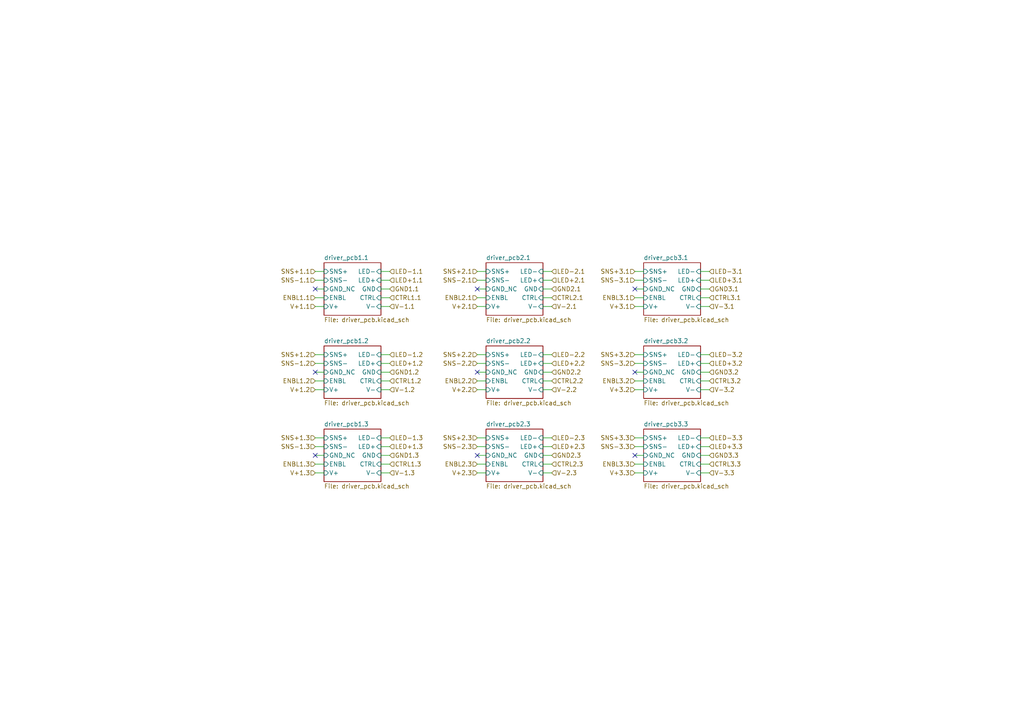
<source format=kicad_sch>
(kicad_sch
	(version 20231120)
	(generator "eeschema")
	(generator_version "8.0")
	(uuid "9f679ff0-7d06-4cfe-b497-b78223520cb5")
	(paper "A4")
	(title_block
		(title "LED Driver Box")
		(date "2023-07-19")
		(company "SBC")
		(comment 1 "Zhiheng Sheng")
	)
	(lib_symbols)
	(no_connect
		(at 138.43 132.08)
		(uuid "055c2bc8-f638-41a1-86ef-f7993f55eb36")
	)
	(no_connect
		(at 184.15 132.08)
		(uuid "3a39a5ba-ae0d-44e0-aca4-ee7fbd513666")
	)
	(no_connect
		(at 138.43 107.95)
		(uuid "5404e5f0-2e03-4ef8-9a1a-cd3407ed146e")
	)
	(no_connect
		(at 91.44 107.95)
		(uuid "5de361c3-a9dd-43fb-99aa-d962b3ab623f")
	)
	(no_connect
		(at 91.44 83.82)
		(uuid "67d69a74-5a9f-42ac-a414-ae3f70a6335b")
	)
	(no_connect
		(at 184.15 107.95)
		(uuid "7a67d33c-217d-496f-a769-74edb4f734d6")
	)
	(no_connect
		(at 184.15 83.82)
		(uuid "b4ad10e4-8a2d-4f83-b08e-b1c844fa944f")
	)
	(no_connect
		(at 91.44 132.08)
		(uuid "ce327c6e-86b2-4ebd-a71c-03af4dd54525")
	)
	(no_connect
		(at 138.43 83.82)
		(uuid "d1a59eda-5666-4733-88d6-091251719675")
	)
	(wire
		(pts
			(xy 138.43 129.54) (xy 140.97 129.54)
		)
		(stroke
			(width 0)
			(type default)
		)
		(uuid "015281fc-6ff7-47c3-a8c8-62860c5b1513")
	)
	(wire
		(pts
			(xy 157.48 83.82) (xy 160.02 83.82)
		)
		(stroke
			(width 0)
			(type default)
		)
		(uuid "016c5b71-5db7-49b2-adbd-8d7a6731393e")
	)
	(wire
		(pts
			(xy 203.2 88.9) (xy 205.74 88.9)
		)
		(stroke
			(width 0)
			(type default)
		)
		(uuid "0c89df26-7b78-452c-82ec-d88aa883846e")
	)
	(wire
		(pts
			(xy 203.2 78.74) (xy 205.74 78.74)
		)
		(stroke
			(width 0)
			(type default)
		)
		(uuid "0e1af073-b708-41e1-ba53-74660579b21d")
	)
	(wire
		(pts
			(xy 184.15 110.49) (xy 186.69 110.49)
		)
		(stroke
			(width 0)
			(type default)
		)
		(uuid "0f0b73a8-7f13-40a8-963b-52c4a7c1c8ac")
	)
	(wire
		(pts
			(xy 157.48 86.36) (xy 160.02 86.36)
		)
		(stroke
			(width 0)
			(type default)
		)
		(uuid "10871bb9-8607-4b90-96c3-7ec982e1fea2")
	)
	(wire
		(pts
			(xy 203.2 105.41) (xy 205.74 105.41)
		)
		(stroke
			(width 0)
			(type default)
		)
		(uuid "12600882-38f6-4a1e-ba34-23c998df551b")
	)
	(wire
		(pts
			(xy 91.44 137.16) (xy 93.98 137.16)
		)
		(stroke
			(width 0)
			(type default)
		)
		(uuid "13810633-c8bc-4ca1-a9cc-5d7bed9754e5")
	)
	(wire
		(pts
			(xy 110.49 132.08) (xy 113.03 132.08)
		)
		(stroke
			(width 0)
			(type default)
		)
		(uuid "149850dd-e861-4b5e-af6e-364e4a5d2559")
	)
	(wire
		(pts
			(xy 184.15 127) (xy 186.69 127)
		)
		(stroke
			(width 0)
			(type default)
		)
		(uuid "192e2cf2-b7ae-42fe-810d-0d041e1d7680")
	)
	(wire
		(pts
			(xy 110.49 102.87) (xy 113.03 102.87)
		)
		(stroke
			(width 0)
			(type default)
		)
		(uuid "1ab65d90-fa41-495c-a2a0-fe773ded768a")
	)
	(wire
		(pts
			(xy 184.15 132.08) (xy 186.69 132.08)
		)
		(stroke
			(width 0)
			(type default)
		)
		(uuid "1ace1fe8-7ea3-4359-8361-0b8b94d14271")
	)
	(wire
		(pts
			(xy 138.43 134.62) (xy 140.97 134.62)
		)
		(stroke
			(width 0)
			(type default)
		)
		(uuid "1afdfecd-3ead-4711-b021-9e1dc5188e91")
	)
	(wire
		(pts
			(xy 203.2 132.08) (xy 205.74 132.08)
		)
		(stroke
			(width 0)
			(type default)
		)
		(uuid "1d24fe78-c673-46a4-989e-783fca6cb687")
	)
	(wire
		(pts
			(xy 91.44 129.54) (xy 93.98 129.54)
		)
		(stroke
			(width 0)
			(type default)
		)
		(uuid "21767fa8-b7ca-4b3a-8f18-09c92627461a")
	)
	(wire
		(pts
			(xy 110.49 86.36) (xy 113.03 86.36)
		)
		(stroke
			(width 0)
			(type default)
		)
		(uuid "21e44e5d-d33d-405d-8ecc-b4c168ff7f72")
	)
	(wire
		(pts
			(xy 138.43 137.16) (xy 140.97 137.16)
		)
		(stroke
			(width 0)
			(type default)
		)
		(uuid "24b93e2d-3e78-46e0-beb6-b5faea7d8672")
	)
	(wire
		(pts
			(xy 110.49 105.41) (xy 113.03 105.41)
		)
		(stroke
			(width 0)
			(type default)
		)
		(uuid "2a6e3fe5-393a-4ec9-8269-4dd21cb2e76f")
	)
	(wire
		(pts
			(xy 184.15 81.28) (xy 186.69 81.28)
		)
		(stroke
			(width 0)
			(type default)
		)
		(uuid "2cdf9c06-d8ca-4937-aec2-d7ee4b500a1e")
	)
	(wire
		(pts
			(xy 110.49 127) (xy 113.03 127)
		)
		(stroke
			(width 0)
			(type default)
		)
		(uuid "315d5ec2-df38-4e79-8c4d-4a1011b0e04b")
	)
	(wire
		(pts
			(xy 138.43 110.49) (xy 140.97 110.49)
		)
		(stroke
			(width 0)
			(type default)
		)
		(uuid "3a18c115-4263-4bbf-9b79-3234c0a4db28")
	)
	(wire
		(pts
			(xy 157.48 105.41) (xy 160.02 105.41)
		)
		(stroke
			(width 0)
			(type default)
		)
		(uuid "3b57cc89-5186-4710-b19a-4bbc552c143e")
	)
	(wire
		(pts
			(xy 138.43 86.36) (xy 140.97 86.36)
		)
		(stroke
			(width 0)
			(type default)
		)
		(uuid "3d1af010-ee0a-4a32-941e-104091660de3")
	)
	(wire
		(pts
			(xy 157.48 137.16) (xy 160.02 137.16)
		)
		(stroke
			(width 0)
			(type default)
		)
		(uuid "40c103a7-c2d8-4fa0-afd0-c6af4bf6b9bd")
	)
	(wire
		(pts
			(xy 91.44 78.74) (xy 93.98 78.74)
		)
		(stroke
			(width 0)
			(type default)
		)
		(uuid "445054f6-6c9b-42cc-8e43-0720e4f6c586")
	)
	(wire
		(pts
			(xy 110.49 81.28) (xy 113.03 81.28)
		)
		(stroke
			(width 0)
			(type default)
		)
		(uuid "46be5f64-b267-4fb9-afc6-f6a8979e8e87")
	)
	(wire
		(pts
			(xy 91.44 110.49) (xy 93.98 110.49)
		)
		(stroke
			(width 0)
			(type default)
		)
		(uuid "4e3c3d10-2206-4c19-877c-0fc79cf72ced")
	)
	(wire
		(pts
			(xy 91.44 127) (xy 93.98 127)
		)
		(stroke
			(width 0)
			(type default)
		)
		(uuid "5dfc3f52-b919-4ffb-bb5b-3a896bebbdfe")
	)
	(wire
		(pts
			(xy 138.43 113.03) (xy 140.97 113.03)
		)
		(stroke
			(width 0)
			(type default)
		)
		(uuid "5f33fe4e-2c4b-4a49-95c4-baddf87a2f27")
	)
	(wire
		(pts
			(xy 203.2 127) (xy 205.74 127)
		)
		(stroke
			(width 0)
			(type default)
		)
		(uuid "61a3ed11-db2c-435b-a3a6-c8ce52535415")
	)
	(wire
		(pts
			(xy 91.44 105.41) (xy 93.98 105.41)
		)
		(stroke
			(width 0)
			(type default)
		)
		(uuid "64d5f4d5-0bd3-4fbc-8492-abc12ead5633")
	)
	(wire
		(pts
			(xy 91.44 107.95) (xy 93.98 107.95)
		)
		(stroke
			(width 0)
			(type default)
		)
		(uuid "668c21f4-eea1-4e5a-81ae-3cc15600d74a")
	)
	(wire
		(pts
			(xy 138.43 81.28) (xy 140.97 81.28)
		)
		(stroke
			(width 0)
			(type default)
		)
		(uuid "688ec593-a78b-4721-aaaf-4d59b64f6bde")
	)
	(wire
		(pts
			(xy 157.48 88.9) (xy 160.02 88.9)
		)
		(stroke
			(width 0)
			(type default)
		)
		(uuid "73256858-a3eb-46a8-b5a0-708899c231d3")
	)
	(wire
		(pts
			(xy 184.15 113.03) (xy 186.69 113.03)
		)
		(stroke
			(width 0)
			(type default)
		)
		(uuid "7362b940-bf62-453e-b6f7-8ccd91e60be9")
	)
	(wire
		(pts
			(xy 157.48 78.74) (xy 160.02 78.74)
		)
		(stroke
			(width 0)
			(type default)
		)
		(uuid "76c5f559-2e92-4dbb-bea2-8a586cddf158")
	)
	(wire
		(pts
			(xy 203.2 110.49) (xy 205.74 110.49)
		)
		(stroke
			(width 0)
			(type default)
		)
		(uuid "7a1ac1a0-849c-460f-9cbe-1ad090002e37")
	)
	(wire
		(pts
			(xy 157.48 129.54) (xy 160.02 129.54)
		)
		(stroke
			(width 0)
			(type default)
		)
		(uuid "7ae43b19-e71b-405a-8549-947b2f35e030")
	)
	(wire
		(pts
			(xy 138.43 127) (xy 140.97 127)
		)
		(stroke
			(width 0)
			(type default)
		)
		(uuid "7c34673e-c821-4b09-8aa6-b02a26e80318")
	)
	(wire
		(pts
			(xy 184.15 78.74) (xy 186.69 78.74)
		)
		(stroke
			(width 0)
			(type default)
		)
		(uuid "830e0808-e21a-484e-b002-3a567ff0d783")
	)
	(wire
		(pts
			(xy 203.2 107.95) (xy 205.74 107.95)
		)
		(stroke
			(width 0)
			(type default)
		)
		(uuid "834ffe1c-2b3f-4d8e-9178-05adb128e57a")
	)
	(wire
		(pts
			(xy 184.15 134.62) (xy 186.69 134.62)
		)
		(stroke
			(width 0)
			(type default)
		)
		(uuid "85e4a982-fbaf-41dd-aec4-11c3b5ad899e")
	)
	(wire
		(pts
			(xy 203.2 129.54) (xy 205.74 129.54)
		)
		(stroke
			(width 0)
			(type default)
		)
		(uuid "8cbdf8fe-d1d1-4636-b182-043331f2c122")
	)
	(wire
		(pts
			(xy 184.15 88.9) (xy 186.69 88.9)
		)
		(stroke
			(width 0)
			(type default)
		)
		(uuid "8f289546-429b-4b82-bb30-8127dc0a24e9")
	)
	(wire
		(pts
			(xy 203.2 83.82) (xy 205.74 83.82)
		)
		(stroke
			(width 0)
			(type default)
		)
		(uuid "8fb3e238-078a-45d6-b00c-304a9c537b8a")
	)
	(wire
		(pts
			(xy 184.15 137.16) (xy 186.69 137.16)
		)
		(stroke
			(width 0)
			(type default)
		)
		(uuid "8ff3cdfc-9de4-4692-bea3-e96070857e52")
	)
	(wire
		(pts
			(xy 184.15 105.41) (xy 186.69 105.41)
		)
		(stroke
			(width 0)
			(type default)
		)
		(uuid "90a5b3d7-c67a-4d1f-9b24-9f982b917d03")
	)
	(wire
		(pts
			(xy 110.49 83.82) (xy 113.03 83.82)
		)
		(stroke
			(width 0)
			(type default)
		)
		(uuid "90af9724-d9cd-4815-974f-66935a7459ea")
	)
	(wire
		(pts
			(xy 110.49 78.74) (xy 113.03 78.74)
		)
		(stroke
			(width 0)
			(type default)
		)
		(uuid "91e9ce67-ffd6-413b-8747-bba39d2413be")
	)
	(wire
		(pts
			(xy 203.2 113.03) (xy 205.74 113.03)
		)
		(stroke
			(width 0)
			(type default)
		)
		(uuid "91f33766-f530-4097-bc66-627f83cab16e")
	)
	(wire
		(pts
			(xy 157.48 127) (xy 160.02 127)
		)
		(stroke
			(width 0)
			(type default)
		)
		(uuid "94d38c72-ec97-4be2-bd01-90b764b90a26")
	)
	(wire
		(pts
			(xy 91.44 132.08) (xy 93.98 132.08)
		)
		(stroke
			(width 0)
			(type default)
		)
		(uuid "9a21f3f5-7735-4e5b-8fc9-7f67863c7952")
	)
	(wire
		(pts
			(xy 138.43 78.74) (xy 140.97 78.74)
		)
		(stroke
			(width 0)
			(type default)
		)
		(uuid "9b67704f-e478-4b44-98c7-f4a1ceafd2a9")
	)
	(wire
		(pts
			(xy 110.49 110.49) (xy 113.03 110.49)
		)
		(stroke
			(width 0)
			(type default)
		)
		(uuid "9f7de81c-f69e-408d-aa6f-2e28754756c0")
	)
	(wire
		(pts
			(xy 110.49 88.9) (xy 113.03 88.9)
		)
		(stroke
			(width 0)
			(type default)
		)
		(uuid "a5121dae-0974-4b4b-9170-e0eda30da487")
	)
	(wire
		(pts
			(xy 91.44 134.62) (xy 93.98 134.62)
		)
		(stroke
			(width 0)
			(type default)
		)
		(uuid "a5c0d74f-e687-4cdd-aed6-7b2e9cd21643")
	)
	(wire
		(pts
			(xy 138.43 83.82) (xy 140.97 83.82)
		)
		(stroke
			(width 0)
			(type default)
		)
		(uuid "a68559a0-fe8f-4de0-8aba-a6889586c818")
	)
	(wire
		(pts
			(xy 110.49 137.16) (xy 113.03 137.16)
		)
		(stroke
			(width 0)
			(type default)
		)
		(uuid "a9010d1d-aea1-4132-98b1-acccff4ebab1")
	)
	(wire
		(pts
			(xy 184.15 129.54) (xy 186.69 129.54)
		)
		(stroke
			(width 0)
			(type default)
		)
		(uuid "b2059392-3391-4770-858b-0395cb71324d")
	)
	(wire
		(pts
			(xy 157.48 134.62) (xy 160.02 134.62)
		)
		(stroke
			(width 0)
			(type default)
		)
		(uuid "b2790519-e54e-481e-95ea-0305cb0aff67")
	)
	(wire
		(pts
			(xy 157.48 81.28) (xy 160.02 81.28)
		)
		(stroke
			(width 0)
			(type default)
		)
		(uuid "b3394687-8756-4861-9b05-545477ddf85d")
	)
	(wire
		(pts
			(xy 91.44 113.03) (xy 93.98 113.03)
		)
		(stroke
			(width 0)
			(type default)
		)
		(uuid "b38ccab7-423b-4130-80dd-66edf12a9ac4")
	)
	(wire
		(pts
			(xy 138.43 88.9) (xy 140.97 88.9)
		)
		(stroke
			(width 0)
			(type default)
		)
		(uuid "b5c4b319-8e4b-4f2e-9f02-63fb40f34bb6")
	)
	(wire
		(pts
			(xy 184.15 107.95) (xy 186.69 107.95)
		)
		(stroke
			(width 0)
			(type default)
		)
		(uuid "b73778d2-3fdf-4e1e-9107-9ca3dfa42fed")
	)
	(wire
		(pts
			(xy 157.48 107.95) (xy 160.02 107.95)
		)
		(stroke
			(width 0)
			(type default)
		)
		(uuid "bd915594-29c2-4ab2-b415-10e163d3b6bf")
	)
	(wire
		(pts
			(xy 184.15 83.82) (xy 186.69 83.82)
		)
		(stroke
			(width 0)
			(type default)
		)
		(uuid "c364a753-d7ab-42a7-9ce3-cfd6086de040")
	)
	(wire
		(pts
			(xy 110.49 113.03) (xy 113.03 113.03)
		)
		(stroke
			(width 0)
			(type default)
		)
		(uuid "c3887d1d-ef92-444f-b4c5-35a5f4e2bfc2")
	)
	(wire
		(pts
			(xy 184.15 102.87) (xy 186.69 102.87)
		)
		(stroke
			(width 0)
			(type default)
		)
		(uuid "cca2a731-c6c8-4270-8e2e-3fbcc0f182ef")
	)
	(wire
		(pts
			(xy 91.44 81.28) (xy 93.98 81.28)
		)
		(stroke
			(width 0)
			(type default)
		)
		(uuid "d0a41d0a-af4f-4a7c-8299-8614b9ecb5f3")
	)
	(wire
		(pts
			(xy 184.15 86.36) (xy 186.69 86.36)
		)
		(stroke
			(width 0)
			(type default)
		)
		(uuid "d3833418-9212-4561-913b-bba58458ddbb")
	)
	(wire
		(pts
			(xy 138.43 107.95) (xy 140.97 107.95)
		)
		(stroke
			(width 0)
			(type default)
		)
		(uuid "d3fff05d-ea85-4805-add0-f0a0b2bfea70")
	)
	(wire
		(pts
			(xy 203.2 137.16) (xy 205.74 137.16)
		)
		(stroke
			(width 0)
			(type default)
		)
		(uuid "d7624bea-ceb9-4d82-b17c-6f4c41d77c4f")
	)
	(wire
		(pts
			(xy 157.48 110.49) (xy 160.02 110.49)
		)
		(stroke
			(width 0)
			(type default)
		)
		(uuid "d967a3ef-5fc3-4037-9d3d-effaf9ab299c")
	)
	(wire
		(pts
			(xy 110.49 134.62) (xy 113.03 134.62)
		)
		(stroke
			(width 0)
			(type default)
		)
		(uuid "dc00fb3e-7fda-46e7-a624-fdc4611f0120")
	)
	(wire
		(pts
			(xy 138.43 102.87) (xy 140.97 102.87)
		)
		(stroke
			(width 0)
			(type default)
		)
		(uuid "dcc763cc-d2cd-492e-b713-f84188e4e696")
	)
	(wire
		(pts
			(xy 157.48 102.87) (xy 160.02 102.87)
		)
		(stroke
			(width 0)
			(type default)
		)
		(uuid "dce97e04-03ac-49cb-b478-13560a0ec4df")
	)
	(wire
		(pts
			(xy 91.44 83.82) (xy 93.98 83.82)
		)
		(stroke
			(width 0)
			(type default)
		)
		(uuid "df485c0e-c81a-4f63-a23e-c18a6cab627c")
	)
	(wire
		(pts
			(xy 203.2 102.87) (xy 205.74 102.87)
		)
		(stroke
			(width 0)
			(type default)
		)
		(uuid "e06eaed3-973e-41bc-af5b-9813f9f2edf2")
	)
	(wire
		(pts
			(xy 91.44 86.36) (xy 93.98 86.36)
		)
		(stroke
			(width 0)
			(type default)
		)
		(uuid "e111d92a-a599-4dc9-9b19-9183a046311a")
	)
	(wire
		(pts
			(xy 91.44 102.87) (xy 93.98 102.87)
		)
		(stroke
			(width 0)
			(type default)
		)
		(uuid "e20e7da5-4e45-475c-9834-6dd40f1c747b")
	)
	(wire
		(pts
			(xy 157.48 132.08) (xy 160.02 132.08)
		)
		(stroke
			(width 0)
			(type default)
		)
		(uuid "e2370619-d31c-436c-8ca1-b316d09be43d")
	)
	(wire
		(pts
			(xy 110.49 129.54) (xy 113.03 129.54)
		)
		(stroke
			(width 0)
			(type default)
		)
		(uuid "e2804547-94de-4fa4-ba3d-ae6f67706f37")
	)
	(wire
		(pts
			(xy 157.48 113.03) (xy 160.02 113.03)
		)
		(stroke
			(width 0)
			(type default)
		)
		(uuid "e6745806-abdf-4d26-a511-4f5649cc64e7")
	)
	(wire
		(pts
			(xy 203.2 86.36) (xy 205.74 86.36)
		)
		(stroke
			(width 0)
			(type default)
		)
		(uuid "ec52b6d6-4ab2-4d63-8f43-790b1a525c5a")
	)
	(wire
		(pts
			(xy 203.2 134.62) (xy 205.74 134.62)
		)
		(stroke
			(width 0)
			(type default)
		)
		(uuid "f0199200-90ed-4f75-95b5-d03dab7927d5")
	)
	(wire
		(pts
			(xy 110.49 107.95) (xy 113.03 107.95)
		)
		(stroke
			(width 0)
			(type default)
		)
		(uuid "f032a1c8-191d-45e7-9481-533105c5c5dd")
	)
	(wire
		(pts
			(xy 91.44 88.9) (xy 93.98 88.9)
		)
		(stroke
			(width 0)
			(type default)
		)
		(uuid "f263c7a3-4e44-44ef-8ccc-16abcfd1ec97")
	)
	(wire
		(pts
			(xy 138.43 105.41) (xy 140.97 105.41)
		)
		(stroke
			(width 0)
			(type default)
		)
		(uuid "f5a972a1-9ab7-42c1-9e84-cea700cbc5c9")
	)
	(wire
		(pts
			(xy 203.2 81.28) (xy 205.74 81.28)
		)
		(stroke
			(width 0)
			(type default)
		)
		(uuid "faf52b04-5ce6-478a-9099-d08df8a34079")
	)
	(wire
		(pts
			(xy 138.43 132.08) (xy 140.97 132.08)
		)
		(stroke
			(width 0)
			(type default)
		)
		(uuid "fd0e8482-59b7-4b90-a0ab-6bedfcabc14c")
	)
	(hierarchical_label "SNS-1.3"
		(shape input)
		(at 91.44 129.54 180)
		(fields_autoplaced yes)
		(effects
			(font
				(size 1.27 1.27)
			)
			(justify right)
		)
		(uuid "0067f32a-4214-4d18-9954-82b4e17ba05d")
	)
	(hierarchical_label "V+1.3"
		(shape input)
		(at 91.44 137.16 180)
		(fields_autoplaced yes)
		(effects
			(font
				(size 1.27 1.27)
			)
			(justify right)
		)
		(uuid "0e42daed-749c-4afd-800a-5bf4667f9d86")
	)
	(hierarchical_label "SNS-1.2"
		(shape input)
		(at 91.44 105.41 180)
		(fields_autoplaced yes)
		(effects
			(font
				(size 1.27 1.27)
			)
			(justify right)
		)
		(uuid "108a5137-b8f0-46a3-ab5b-ad912c184c52")
	)
	(hierarchical_label "LED-2.1"
		(shape input)
		(at 160.02 78.74 0)
		(fields_autoplaced yes)
		(effects
			(font
				(size 1.27 1.27)
			)
			(justify left)
		)
		(uuid "11060881-2ce0-4aed-a4a2-d8521f565b2f")
	)
	(hierarchical_label "CTRL3.2"
		(shape input)
		(at 205.74 110.49 0)
		(fields_autoplaced yes)
		(effects
			(font
				(size 1.27 1.27)
			)
			(justify left)
		)
		(uuid "126637d0-6389-4ff4-b648-068c4e220462")
	)
	(hierarchical_label "SNS-2.2"
		(shape input)
		(at 138.43 105.41 180)
		(fields_autoplaced yes)
		(effects
			(font
				(size 1.27 1.27)
			)
			(justify right)
		)
		(uuid "13e7b748-317a-4e4f-8923-865de54e7904")
	)
	(hierarchical_label "SNS+1.1"
		(shape input)
		(at 91.44 78.74 180)
		(fields_autoplaced yes)
		(effects
			(font
				(size 1.27 1.27)
			)
			(justify right)
		)
		(uuid "14bf86cb-22da-4265-8de5-e043506dbb2f")
	)
	(hierarchical_label "SNS+3.2"
		(shape input)
		(at 184.15 102.87 180)
		(fields_autoplaced yes)
		(effects
			(font
				(size 1.27 1.27)
			)
			(justify right)
		)
		(uuid "29072236-2bb7-42c9-abf4-ba406ce23798")
	)
	(hierarchical_label "CTRL2.3"
		(shape input)
		(at 160.02 134.62 0)
		(fields_autoplaced yes)
		(effects
			(font
				(size 1.27 1.27)
			)
			(justify left)
		)
		(uuid "2a76293f-3371-47a8-99c6-d15d68e5c264")
	)
	(hierarchical_label "V-3.3"
		(shape input)
		(at 205.74 137.16 0)
		(fields_autoplaced yes)
		(effects
			(font
				(size 1.27 1.27)
			)
			(justify left)
		)
		(uuid "2ad86a60-1ee2-422d-883c-1a8151c51378")
	)
	(hierarchical_label "CTRL1.1"
		(shape input)
		(at 113.03 86.36 0)
		(fields_autoplaced yes)
		(effects
			(font
				(size 1.27 1.27)
			)
			(justify left)
		)
		(uuid "2c77ae39-988c-4204-8991-448c36919c99")
	)
	(hierarchical_label "GND3.1"
		(shape input)
		(at 205.74 83.82 0)
		(fields_autoplaced yes)
		(effects
			(font
				(size 1.27 1.27)
			)
			(justify left)
		)
		(uuid "2e923f90-257c-45a4-9777-656859e0dd34")
	)
	(hierarchical_label "V-1.1"
		(shape input)
		(at 113.03 88.9 0)
		(fields_autoplaced yes)
		(effects
			(font
				(size 1.27 1.27)
			)
			(justify left)
		)
		(uuid "30b00ef2-0f67-4b8a-a025-82914f8fb1fd")
	)
	(hierarchical_label "LED+1.3"
		(shape input)
		(at 113.03 129.54 0)
		(fields_autoplaced yes)
		(effects
			(font
				(size 1.27 1.27)
			)
			(justify left)
		)
		(uuid "31740106-a79a-40e7-856e-dd8ff119420a")
	)
	(hierarchical_label "SNS-1.1"
		(shape input)
		(at 91.44 81.28 180)
		(fields_autoplaced yes)
		(effects
			(font
				(size 1.27 1.27)
			)
			(justify right)
		)
		(uuid "324094a6-ffef-4067-ad17-9620ac59b9cb")
	)
	(hierarchical_label "V-2.3"
		(shape input)
		(at 160.02 137.16 0)
		(fields_autoplaced yes)
		(effects
			(font
				(size 1.27 1.27)
			)
			(justify left)
		)
		(uuid "33bc8ec2-36ae-4f72-9adf-73193d0f8351")
	)
	(hierarchical_label "ENBL2.1"
		(shape input)
		(at 138.43 86.36 180)
		(fields_autoplaced yes)
		(effects
			(font
				(size 1.27 1.27)
			)
			(justify right)
		)
		(uuid "348be7db-6b1a-4cb9-88b0-5699ecac2ee3")
	)
	(hierarchical_label "LED-3.2"
		(shape input)
		(at 205.74 102.87 0)
		(fields_autoplaced yes)
		(effects
			(font
				(size 1.27 1.27)
			)
			(justify left)
		)
		(uuid "3aa99a6c-caeb-47ac-b092-12762e6165db")
	)
	(hierarchical_label "SNS-3.1"
		(shape input)
		(at 184.15 81.28 180)
		(fields_autoplaced yes)
		(effects
			(font
				(size 1.27 1.27)
			)
			(justify right)
		)
		(uuid "3c4b1d87-17a2-4308-8e22-aa26a108a55e")
	)
	(hierarchical_label "CTRL1.2"
		(shape input)
		(at 113.03 110.49 0)
		(fields_autoplaced yes)
		(effects
			(font
				(size 1.27 1.27)
			)
			(justify left)
		)
		(uuid "43ab2c9f-fd62-4cde-bfd0-dc852238086e")
	)
	(hierarchical_label "LED+1.1"
		(shape input)
		(at 113.03 81.28 0)
		(fields_autoplaced yes)
		(effects
			(font
				(size 1.27 1.27)
			)
			(justify left)
		)
		(uuid "44d7e615-98ae-4aa8-bd0c-ff4b47304133")
	)
	(hierarchical_label "V+3.2"
		(shape input)
		(at 184.15 113.03 180)
		(fields_autoplaced yes)
		(effects
			(font
				(size 1.27 1.27)
			)
			(justify right)
		)
		(uuid "4bcd4886-cf4b-4ab5-94e8-5de4f558bc71")
	)
	(hierarchical_label "V+2.3"
		(shape input)
		(at 138.43 137.16 180)
		(fields_autoplaced yes)
		(effects
			(font
				(size 1.27 1.27)
			)
			(justify right)
		)
		(uuid "4fd73b71-50be-4d6a-907b-66e1490f781d")
	)
	(hierarchical_label "GND2.2"
		(shape input)
		(at 160.02 107.95 0)
		(fields_autoplaced yes)
		(effects
			(font
				(size 1.27 1.27)
			)
			(justify left)
		)
		(uuid "505f9424-8065-4d29-b748-8390103df754")
	)
	(hierarchical_label "V+2.1"
		(shape input)
		(at 138.43 88.9 180)
		(fields_autoplaced yes)
		(effects
			(font
				(size 1.27 1.27)
			)
			(justify right)
		)
		(uuid "57952090-14c4-40dd-9a78-d1644f19d86c")
	)
	(hierarchical_label "V-2.1"
		(shape input)
		(at 160.02 88.9 0)
		(fields_autoplaced yes)
		(effects
			(font
				(size 1.27 1.27)
			)
			(justify left)
		)
		(uuid "6166e095-c224-47f0-a8ee-b56e23792a48")
	)
	(hierarchical_label "SNS+2.2"
		(shape input)
		(at 138.43 102.87 180)
		(fields_autoplaced yes)
		(effects
			(font
				(size 1.27 1.27)
			)
			(justify right)
		)
		(uuid "63879bc8-3abb-4337-8bf9-4673f28685bd")
	)
	(hierarchical_label "SNS+3.3"
		(shape input)
		(at 184.15 127 180)
		(fields_autoplaced yes)
		(effects
			(font
				(size 1.27 1.27)
			)
			(justify right)
		)
		(uuid "643f1c74-1284-4e8b-93f4-c72834c0fa35")
	)
	(hierarchical_label "LED-1.2"
		(shape input)
		(at 113.03 102.87 0)
		(fields_autoplaced yes)
		(effects
			(font
				(size 1.27 1.27)
			)
			(justify left)
		)
		(uuid "67fd0f85-ec95-496f-995d-f79d90837446")
	)
	(hierarchical_label "ENBL1.1"
		(shape input)
		(at 91.44 86.36 180)
		(fields_autoplaced yes)
		(effects
			(font
				(size 1.27 1.27)
			)
			(justify right)
		)
		(uuid "693c05b2-7ff0-4bc2-8cf8-0cda1c3a0437")
	)
	(hierarchical_label "V+1.1"
		(shape input)
		(at 91.44 88.9 180)
		(fields_autoplaced yes)
		(effects
			(font
				(size 1.27 1.27)
			)
			(justify right)
		)
		(uuid "6d0afae5-312a-4d94-b7a1-ba74836a58ae")
	)
	(hierarchical_label "GND2.1"
		(shape input)
		(at 160.02 83.82 0)
		(fields_autoplaced yes)
		(effects
			(font
				(size 1.27 1.27)
			)
			(justify left)
		)
		(uuid "7727e984-2981-4fe5-8df1-a05ea9fe9cf2")
	)
	(hierarchical_label "ENBL3.3"
		(shape input)
		(at 184.15 134.62 180)
		(fields_autoplaced yes)
		(effects
			(font
				(size 1.27 1.27)
			)
			(justify right)
		)
		(uuid "7738ddda-af86-4622-9517-2b971b550ead")
	)
	(hierarchical_label "V-3.1"
		(shape input)
		(at 205.74 88.9 0)
		(fields_autoplaced yes)
		(effects
			(font
				(size 1.27 1.27)
			)
			(justify left)
		)
		(uuid "7fe0126a-5915-465e-a8bb-602806403b14")
	)
	(hierarchical_label "GND1.2"
		(shape input)
		(at 113.03 107.95 0)
		(fields_autoplaced yes)
		(effects
			(font
				(size 1.27 1.27)
			)
			(justify left)
		)
		(uuid "83bc21f2-10cd-42d2-96ad-c10de91e78e0")
	)
	(hierarchical_label "SNS-2.1"
		(shape input)
		(at 138.43 81.28 180)
		(fields_autoplaced yes)
		(effects
			(font
				(size 1.27 1.27)
			)
			(justify right)
		)
		(uuid "8ae69ec9-da6e-421d-b60a-38ad23fb9966")
	)
	(hierarchical_label "ENBL1.2"
		(shape input)
		(at 91.44 110.49 180)
		(fields_autoplaced yes)
		(effects
			(font
				(size 1.27 1.27)
			)
			(justify right)
		)
		(uuid "8f5b3f5b-b9d8-4840-b4fa-ce1c67aa1aea")
	)
	(hierarchical_label "CTRL1.3"
		(shape input)
		(at 113.03 134.62 0)
		(fields_autoplaced yes)
		(effects
			(font
				(size 1.27 1.27)
			)
			(justify left)
		)
		(uuid "93415305-07ae-4395-9f75-7b77e370c0e0")
	)
	(hierarchical_label "ENBL2.2"
		(shape input)
		(at 138.43 110.49 180)
		(fields_autoplaced yes)
		(effects
			(font
				(size 1.27 1.27)
			)
			(justify right)
		)
		(uuid "9543165d-5a87-4368-8367-f36f372b1b6c")
	)
	(hierarchical_label "V-1.2"
		(shape input)
		(at 113.03 113.03 0)
		(fields_autoplaced yes)
		(effects
			(font
				(size 1.27 1.27)
			)
			(justify left)
		)
		(uuid "965044dd-18c6-4b7d-b5a9-1267332a63c7")
	)
	(hierarchical_label "V-1.3"
		(shape input)
		(at 113.03 137.16 0)
		(fields_autoplaced yes)
		(effects
			(font
				(size 1.27 1.27)
			)
			(justify left)
		)
		(uuid "96ba9177-1813-414f-b369-19f77ed8b173")
	)
	(hierarchical_label "V+1.2"
		(shape input)
		(at 91.44 113.03 180)
		(fields_autoplaced yes)
		(effects
			(font
				(size 1.27 1.27)
			)
			(justify right)
		)
		(uuid "984bc65f-27fe-4d34-aeb6-c223046fd191")
	)
	(hierarchical_label "LED+3.1"
		(shape input)
		(at 205.74 81.28 0)
		(fields_autoplaced yes)
		(effects
			(font
				(size 1.27 1.27)
			)
			(justify left)
		)
		(uuid "9d48a36e-c3cb-4950-9fb1-d22744ef6286")
	)
	(hierarchical_label "LED-3.3"
		(shape input)
		(at 205.74 127 0)
		(fields_autoplaced yes)
		(effects
			(font
				(size 1.27 1.27)
			)
			(justify left)
		)
		(uuid "9dc2f9c0-d010-4f73-96f2-11610ca07444")
	)
	(hierarchical_label "LED-1.1"
		(shape input)
		(at 113.03 78.74 0)
		(fields_autoplaced yes)
		(effects
			(font
				(size 1.27 1.27)
			)
			(justify left)
		)
		(uuid "9f50b641-415f-494e-81eb-9d3b7140523e")
	)
	(hierarchical_label "SNS+1.2"
		(shape input)
		(at 91.44 102.87 180)
		(fields_autoplaced yes)
		(effects
			(font
				(size 1.27 1.27)
			)
			(justify right)
		)
		(uuid "9f6a9743-a7a0-42d7-ad8b-7401ef214276")
	)
	(hierarchical_label "V+3.1"
		(shape input)
		(at 184.15 88.9 180)
		(fields_autoplaced yes)
		(effects
			(font
				(size 1.27 1.27)
			)
			(justify right)
		)
		(uuid "a2d95b2c-96ad-4435-9fd1-ef894b8265aa")
	)
	(hierarchical_label "SNS-3.3"
		(shape input)
		(at 184.15 129.54 180)
		(fields_autoplaced yes)
		(effects
			(font
				(size 1.27 1.27)
			)
			(justify right)
		)
		(uuid "a3e21920-6498-49ee-890f-826f6dd7c3b6")
	)
	(hierarchical_label "CTRL2.2"
		(shape input)
		(at 160.02 110.49 0)
		(fields_autoplaced yes)
		(effects
			(font
				(size 1.27 1.27)
			)
			(justify left)
		)
		(uuid "a5225978-458e-482d-abe7-d91c91bd3bd6")
	)
	(hierarchical_label "LED+2.1"
		(shape input)
		(at 160.02 81.28 0)
		(fields_autoplaced yes)
		(effects
			(font
				(size 1.27 1.27)
			)
			(justify left)
		)
		(uuid "a6877c8f-eef0-4bc1-8b21-3dfd67ccfdf3")
	)
	(hierarchical_label "CTRL3.1"
		(shape input)
		(at 205.74 86.36 0)
		(fields_autoplaced yes)
		(effects
			(font
				(size 1.27 1.27)
			)
			(justify left)
		)
		(uuid "a8a6da69-8ffb-426b-b47e-b1417d17e022")
	)
	(hierarchical_label "ENBL3.2"
		(shape input)
		(at 184.15 110.49 180)
		(fields_autoplaced yes)
		(effects
			(font
				(size 1.27 1.27)
			)
			(justify right)
		)
		(uuid "a946bbca-ad21-43e8-a2d0-ad956e2ff091")
	)
	(hierarchical_label "SNS+3.1"
		(shape input)
		(at 184.15 78.74 180)
		(fields_autoplaced yes)
		(effects
			(font
				(size 1.27 1.27)
			)
			(justify right)
		)
		(uuid "af3f843b-171e-49f4-b13a-11e9fcb21ebb")
	)
	(hierarchical_label "LED+3.2"
		(shape input)
		(at 205.74 105.41 0)
		(fields_autoplaced yes)
		(effects
			(font
				(size 1.27 1.27)
			)
			(justify left)
		)
		(uuid "b358d41a-669c-4d93-b309-058220da4e42")
	)
	(hierarchical_label "ENBL2.3"
		(shape input)
		(at 138.43 134.62 180)
		(fields_autoplaced yes)
		(effects
			(font
				(size 1.27 1.27)
			)
			(justify right)
		)
		(uuid "b3aa742e-26a3-4472-8803-b5b044ccf63b")
	)
	(hierarchical_label "V+2.2"
		(shape input)
		(at 138.43 113.03 180)
		(fields_autoplaced yes)
		(effects
			(font
				(size 1.27 1.27)
			)
			(justify right)
		)
		(uuid "ba04a1f6-c4f8-49bf-8c59-98b32f3b5ad5")
	)
	(hierarchical_label "LED-1.3"
		(shape input)
		(at 113.03 127 0)
		(fields_autoplaced yes)
		(effects
			(font
				(size 1.27 1.27)
			)
			(justify left)
		)
		(uuid "ba44600d-d0a6-43b0-99ad-dd4bcd28ccd8")
	)
	(hierarchical_label "GND1.3"
		(shape input)
		(at 113.03 132.08 0)
		(fields_autoplaced yes)
		(effects
			(font
				(size 1.27 1.27)
			)
			(justify left)
		)
		(uuid "bfcd5d84-3893-40f3-9f2f-1aca41dbb9b0")
	)
	(hierarchical_label "GND2.3"
		(shape input)
		(at 160.02 132.08 0)
		(fields_autoplaced yes)
		(effects
			(font
				(size 1.27 1.27)
			)
			(justify left)
		)
		(uuid "c0b9eba4-76f5-4b63-8601-3360bebef340")
	)
	(hierarchical_label "ENBL3.1"
		(shape input)
		(at 184.15 86.36 180)
		(fields_autoplaced yes)
		(effects
			(font
				(size 1.27 1.27)
			)
			(justify right)
		)
		(uuid "c4ad11dc-2eb7-44ed-942b-bc6b65a47411")
	)
	(hierarchical_label "SNS+2.1"
		(shape input)
		(at 138.43 78.74 180)
		(fields_autoplaced yes)
		(effects
			(font
				(size 1.27 1.27)
			)
			(justify right)
		)
		(uuid "c6da9755-370f-477e-b1ba-4b1c36eb98d0")
	)
	(hierarchical_label "V-2.2"
		(shape input)
		(at 160.02 113.03 0)
		(fields_autoplaced yes)
		(effects
			(font
				(size 1.27 1.27)
			)
			(justify left)
		)
		(uuid "c87e3f7f-d5da-47c5-bea6-306284105047")
	)
	(hierarchical_label "SNS-2.3"
		(shape input)
		(at 138.43 129.54 180)
		(fields_autoplaced yes)
		(effects
			(font
				(size 1.27 1.27)
			)
			(justify right)
		)
		(uuid "cb3cd3cc-f89a-4f0b-973e-67e5d112e8ba")
	)
	(hierarchical_label "LED+2.3"
		(shape input)
		(at 160.02 129.54 0)
		(fields_autoplaced yes)
		(effects
			(font
				(size 1.27 1.27)
			)
			(justify left)
		)
		(uuid "cc7fb7f9-77d0-4fe4-b17e-46e30c9e1cf2")
	)
	(hierarchical_label "SNS-3.2"
		(shape input)
		(at 184.15 105.41 180)
		(fields_autoplaced yes)
		(effects
			(font
				(size 1.27 1.27)
			)
			(justify right)
		)
		(uuid "cd38f8ad-d762-4b1c-a935-32b55e41401a")
	)
	(hierarchical_label "LED-2.2"
		(shape input)
		(at 160.02 102.87 0)
		(fields_autoplaced yes)
		(effects
			(font
				(size 1.27 1.27)
			)
			(justify left)
		)
		(uuid "d772987c-1e99-40c8-bb3c-8735a234ed8a")
	)
	(hierarchical_label "CTRL2.1"
		(shape input)
		(at 160.02 86.36 0)
		(fields_autoplaced yes)
		(effects
			(font
				(size 1.27 1.27)
			)
			(justify left)
		)
		(uuid "d8356efd-33b0-4288-9b18-fdce3530e2a7")
	)
	(hierarchical_label "ENBL1.3"
		(shape input)
		(at 91.44 134.62 180)
		(fields_autoplaced yes)
		(effects
			(font
				(size 1.27 1.27)
			)
			(justify right)
		)
		(uuid "d84290c0-dd43-4644-92bd-0535519b123d")
	)
	(hierarchical_label "LED-2.3"
		(shape input)
		(at 160.02 127 0)
		(fields_autoplaced yes)
		(effects
			(font
				(size 1.27 1.27)
			)
			(justify left)
		)
		(uuid "d8cb6b22-b9c2-4552-9d38-55e61fbe5bee")
	)
	(hierarchical_label "LED+2.2"
		(shape input)
		(at 160.02 105.41 0)
		(fields_autoplaced yes)
		(effects
			(font
				(size 1.27 1.27)
			)
			(justify left)
		)
		(uuid "d8f74194-7f0c-4d60-b6bb-1ffae0270ce9")
	)
	(hierarchical_label "LED+3.3"
		(shape input)
		(at 205.74 129.54 0)
		(fields_autoplaced yes)
		(effects
			(font
				(size 1.27 1.27)
			)
			(justify left)
		)
		(uuid "dc29c6ed-012b-4e87-ab04-e64b48709d80")
	)
	(hierarchical_label "V-3.2"
		(shape input)
		(at 205.74 113.03 0)
		(fields_autoplaced yes)
		(effects
			(font
				(size 1.27 1.27)
			)
			(justify left)
		)
		(uuid "df5e908a-52d4-4a2d-9041-efed5b550bcf")
	)
	(hierarchical_label "SNS+1.3"
		(shape input)
		(at 91.44 127 180)
		(fields_autoplaced yes)
		(effects
			(font
				(size 1.27 1.27)
			)
			(justify right)
		)
		(uuid "dfc1656c-c1a6-47e6-a050-ccc64ab7dd1d")
	)
	(hierarchical_label "LED-3.1"
		(shape input)
		(at 205.74 78.74 0)
		(fields_autoplaced yes)
		(effects
			(font
				(size 1.27 1.27)
			)
			(justify left)
		)
		(uuid "e07897e4-00c8-4ea1-b453-c10f47a12ab1")
	)
	(hierarchical_label "GND3.2"
		(shape input)
		(at 205.74 107.95 0)
		(fields_autoplaced yes)
		(effects
			(font
				(size 1.27 1.27)
			)
			(justify left)
		)
		(uuid "e2b40e35-4715-48cf-bd23-5d4c13e5c0d7")
	)
	(hierarchical_label "LED+1.2"
		(shape input)
		(at 113.03 105.41 0)
		(fields_autoplaced yes)
		(effects
			(font
				(size 1.27 1.27)
			)
			(justify left)
		)
		(uuid "e6b6d34d-2c3e-44d1-b1f6-2cdbeee9d4c8")
	)
	(hierarchical_label "GND3.3"
		(shape input)
		(at 205.74 132.08 0)
		(fields_autoplaced yes)
		(effects
			(font
				(size 1.27 1.27)
			)
			(justify left)
		)
		(uuid "ecfc8e52-946c-4d03-b125-5fe5960d2ac3")
	)
	(hierarchical_label "CTRL3.3"
		(shape input)
		(at 205.74 134.62 0)
		(fields_autoplaced yes)
		(effects
			(font
				(size 1.27 1.27)
			)
			(justify left)
		)
		(uuid "efacffeb-e9c5-4985-8e37-c44cc9e3556a")
	)
	(hierarchical_label "GND1.1"
		(shape input)
		(at 113.03 83.82 0)
		(fields_autoplaced yes)
		(effects
			(font
				(size 1.27 1.27)
			)
			(justify left)
		)
		(uuid "f6aaa64d-971e-4bdf-92c1-5464cf5d62a9")
	)
	(hierarchical_label "SNS+2.3"
		(shape input)
		(at 138.43 127 180)
		(fields_autoplaced yes)
		(effects
			(font
				(size 1.27 1.27)
			)
			(justify right)
		)
		(uuid "fc070652-64a9-422c-847a-7557f266c52f")
	)
	(hierarchical_label "V+3.3"
		(shape input)
		(at 184.15 137.16 180)
		(fields_autoplaced yes)
		(effects
			(font
				(size 1.27 1.27)
			)
			(justify right)
		)
		(uuid "fd279696-6602-4fdf-8e3a-9f9fe995647b")
	)
	(sheet
		(at 140.97 76.2)
		(size 16.51 15.24)
		(fields_autoplaced yes)
		(stroke
			(width 0.1524)
			(type solid)
		)
		(fill
			(color 0 0 0 0.0000)
		)
		(uuid "0e11f77d-805c-4ff3-884d-c6460b90993a")
		(property "Sheetname" "driver_pcb2.1"
			(at 140.97 75.4884 0)
			(effects
				(font
					(size 1.27 1.27)
				)
				(justify left bottom)
			)
		)
		(property "Sheetfile" "driver_pcb.kicad_sch"
			(at 140.97 92.0246 0)
			(effects
				(font
					(size 1.27 1.27)
				)
				(justify left top)
			)
		)
		(pin "V-" input
			(at 157.48 88.9 0)
			(effects
				(font
					(size 1.27 1.27)
				)
				(justify right)
			)
			(uuid "de817ebf-5eda-4d15-8854-0cdf6fd77aaf")
		)
		(pin "CTRL" input
			(at 157.48 86.36 0)
			(effects
				(font
					(size 1.27 1.27)
				)
				(justify right)
			)
			(uuid "1195dfc7-dee3-4ea7-92c3-9f6b18111dc6")
		)
		(pin "GND" input
			(at 157.48 83.82 0)
			(effects
				(font
					(size 1.27 1.27)
				)
				(justify right)
			)
			(uuid "c1624b5f-1382-468f-9b11-2126e516b3d0")
		)
		(pin "LED+" input
			(at 157.48 81.28 0)
			(effects
				(font
					(size 1.27 1.27)
				)
				(justify right)
			)
			(uuid "27d27da3-8820-4e62-9398-bcbf1fa4271d")
		)
		(pin "SNS+" input
			(at 140.97 78.74 180)
			(effects
				(font
					(size 1.27 1.27)
				)
				(justify left)
			)
			(uuid "e3572082-1fc6-45d0-aecb-594c96acc304")
		)
		(pin "SNS-" input
			(at 140.97 81.28 180)
			(effects
				(font
					(size 1.27 1.27)
				)
				(justify left)
			)
			(uuid "e26b124e-dcbf-4c21-a82f-315fe140a501")
		)
		(pin "ENBL" input
			(at 140.97 86.36 180)
			(effects
				(font
					(size 1.27 1.27)
				)
				(justify left)
			)
			(uuid "a7ebb7a8-4d59-463c-af84-b8b1bd48989c")
		)
		(pin "V+" input
			(at 140.97 88.9 180)
			(effects
				(font
					(size 1.27 1.27)
				)
				(justify left)
			)
			(uuid "c9c8b4fb-476e-4fc7-b768-e83292d91c1e")
		)
		(pin "GND_NC" input
			(at 140.97 83.82 180)
			(effects
				(font
					(size 1.27 1.27)
				)
				(justify left)
			)
			(uuid "22ade82d-e2e2-4e7c-8a6b-bef657a2e5f0")
		)
		(pin "LED-" input
			(at 157.48 78.74 0)
			(effects
				(font
					(size 1.27 1.27)
				)
				(justify right)
			)
			(uuid "18dffb8e-7021-4526-85d2-22d793db4914")
		)
		(instances
			(project "led_driver_box"
				(path "/33b0be37-4aa5-415a-8914-5441d29c7862/a70103d4-c2c2-4f23-ab81-e269e97d3343"
					(page "14")
				)
			)
		)
	)
	(sheet
		(at 186.69 100.33)
		(size 16.51 15.24)
		(fields_autoplaced yes)
		(stroke
			(width 0.1524)
			(type solid)
		)
		(fill
			(color 0 0 0 0.0000)
		)
		(uuid "3ca9c92f-709d-4e18-b272-139616963ee2")
		(property "Sheetname" "driver_pcb3.2"
			(at 186.69 99.6184 0)
			(effects
				(font
					(size 1.27 1.27)
				)
				(justify left bottom)
			)
		)
		(property "Sheetfile" "driver_pcb.kicad_sch"
			(at 186.69 116.1546 0)
			(effects
				(font
					(size 1.27 1.27)
				)
				(justify left top)
			)
		)
		(pin "V-" input
			(at 203.2 113.03 0)
			(effects
				(font
					(size 1.27 1.27)
				)
				(justify right)
			)
			(uuid "2bd68b14-7429-4ef4-a4a0-102ad325fcc7")
		)
		(pin "CTRL" input
			(at 203.2 110.49 0)
			(effects
				(font
					(size 1.27 1.27)
				)
				(justify right)
			)
			(uuid "b23a5426-7559-4c98-bf56-8a65b064be96")
		)
		(pin "GND" input
			(at 203.2 107.95 0)
			(effects
				(font
					(size 1.27 1.27)
				)
				(justify right)
			)
			(uuid "7a977527-05cc-4bf3-861e-5fdf7c169dc9")
		)
		(pin "LED+" input
			(at 203.2 105.41 0)
			(effects
				(font
					(size 1.27 1.27)
				)
				(justify right)
			)
			(uuid "c6405308-2ace-4816-b31b-6d65224a3a7f")
		)
		(pin "SNS+" input
			(at 186.69 102.87 180)
			(effects
				(font
					(size 1.27 1.27)
				)
				(justify left)
			)
			(uuid "b9e961e9-8776-4017-9ba9-158d5d19cc1e")
		)
		(pin "SNS-" input
			(at 186.69 105.41 180)
			(effects
				(font
					(size 1.27 1.27)
				)
				(justify left)
			)
			(uuid "5de1fe84-fd7e-47e4-b76b-98a1a2720731")
		)
		(pin "ENBL" input
			(at 186.69 110.49 180)
			(effects
				(font
					(size 1.27 1.27)
				)
				(justify left)
			)
			(uuid "8ed8c258-4bb6-4ad7-80aa-38098ff02f4c")
		)
		(pin "V+" input
			(at 186.69 113.03 180)
			(effects
				(font
					(size 1.27 1.27)
				)
				(justify left)
			)
			(uuid "b66b8e22-b42c-429a-b3c3-f0becaa9bd76")
		)
		(pin "GND_NC" input
			(at 186.69 107.95 180)
			(effects
				(font
					(size 1.27 1.27)
				)
				(justify left)
			)
			(uuid "f773ff25-0bdd-4d8f-a0e9-f69d947c777b")
		)
		(pin "LED-" input
			(at 203.2 102.87 0)
			(effects
				(font
					(size 1.27 1.27)
				)
				(justify right)
			)
			(uuid "119925ff-390c-436a-b382-53b58aa0bc78")
		)
		(instances
			(project "led_driver_box"
				(path "/33b0be37-4aa5-415a-8914-5441d29c7862/a70103d4-c2c2-4f23-ab81-e269e97d3343"
					(page "18")
				)
			)
		)
	)
	(sheet
		(at 186.69 76.2)
		(size 16.51 15.24)
		(fields_autoplaced yes)
		(stroke
			(width 0.1524)
			(type solid)
		)
		(fill
			(color 0 0 0 0.0000)
		)
		(uuid "74745f5e-1252-4f3a-bc8d-68d6890d4cf7")
		(property "Sheetname" "driver_pcb3.1"
			(at 186.69 75.4884 0)
			(effects
				(font
					(size 1.27 1.27)
				)
				(justify left bottom)
			)
		)
		(property "Sheetfile" "driver_pcb.kicad_sch"
			(at 186.69 92.0246 0)
			(effects
				(font
					(size 1.27 1.27)
				)
				(justify left top)
			)
		)
		(pin "V-" input
			(at 203.2 88.9 0)
			(effects
				(font
					(size 1.27 1.27)
				)
				(justify right)
			)
			(uuid "5a8cfe6a-0cd9-49c7-b512-bebf5dba4f61")
		)
		(pin "CTRL" input
			(at 203.2 86.36 0)
			(effects
				(font
					(size 1.27 1.27)
				)
				(justify right)
			)
			(uuid "b9adc474-8ff5-4fc8-be56-838616391102")
		)
		(pin "GND" input
			(at 203.2 83.82 0)
			(effects
				(font
					(size 1.27 1.27)
				)
				(justify right)
			)
			(uuid "d959a7ac-f132-4f38-908c-c2bdb794405b")
		)
		(pin "LED+" input
			(at 203.2 81.28 0)
			(effects
				(font
					(size 1.27 1.27)
				)
				(justify right)
			)
			(uuid "52cc6149-7c54-49d3-ae77-3df9468b419a")
		)
		(pin "SNS+" input
			(at 186.69 78.74 180)
			(effects
				(font
					(size 1.27 1.27)
				)
				(justify left)
			)
			(uuid "27beb6f9-0bf0-4c67-beb3-ce985b4cea20")
		)
		(pin "SNS-" input
			(at 186.69 81.28 180)
			(effects
				(font
					(size 1.27 1.27)
				)
				(justify left)
			)
			(uuid "244156ae-11e3-4544-ab57-bfae608c8264")
		)
		(pin "ENBL" input
			(at 186.69 86.36 180)
			(effects
				(font
					(size 1.27 1.27)
				)
				(justify left)
			)
			(uuid "2feed83f-a158-4edf-a6d9-63be2d9e18a1")
		)
		(pin "V+" input
			(at 186.69 88.9 180)
			(effects
				(font
					(size 1.27 1.27)
				)
				(justify left)
			)
			(uuid "247af56e-28a0-4b45-96ec-162d36f02002")
		)
		(pin "GND_NC" input
			(at 186.69 83.82 180)
			(effects
				(font
					(size 1.27 1.27)
				)
				(justify left)
			)
			(uuid "fb7c8a58-4af1-4fad-a670-21785c380fd1")
		)
		(pin "LED-" input
			(at 203.2 78.74 0)
			(effects
				(font
					(size 1.27 1.27)
				)
				(justify right)
			)
			(uuid "9d28137c-8d63-4182-af3d-192d62ed0056")
		)
		(instances
			(project "led_driver_box"
				(path "/33b0be37-4aa5-415a-8914-5441d29c7862/a70103d4-c2c2-4f23-ab81-e269e97d3343"
					(page "17")
				)
			)
		)
	)
	(sheet
		(at 93.98 124.46)
		(size 16.51 15.24)
		(fields_autoplaced yes)
		(stroke
			(width 0.1524)
			(type solid)
		)
		(fill
			(color 0 0 0 0.0000)
		)
		(uuid "87f8951b-c5a5-46b9-8156-2a8a15ed0f9e")
		(property "Sheetname" "driver_pcb1.3"
			(at 93.98 123.7484 0)
			(effects
				(font
					(size 1.27 1.27)
				)
				(justify left bottom)
			)
		)
		(property "Sheetfile" "driver_pcb.kicad_sch"
			(at 93.98 140.2846 0)
			(effects
				(font
					(size 1.27 1.27)
				)
				(justify left top)
			)
		)
		(pin "V-" input
			(at 110.49 137.16 0)
			(effects
				(font
					(size 1.27 1.27)
				)
				(justify right)
			)
			(uuid "f0b8ebba-35b6-4a5f-89b1-edf39951013b")
		)
		(pin "CTRL" input
			(at 110.49 134.62 0)
			(effects
				(font
					(size 1.27 1.27)
				)
				(justify right)
			)
			(uuid "5c73003c-94fe-40b2-aa51-4af8be3e2cba")
		)
		(pin "GND" input
			(at 110.49 132.08 0)
			(effects
				(font
					(size 1.27 1.27)
				)
				(justify right)
			)
			(uuid "7f4da57b-4834-4140-96fe-c6abcce18899")
		)
		(pin "LED+" input
			(at 110.49 129.54 0)
			(effects
				(font
					(size 1.27 1.27)
				)
				(justify right)
			)
			(uuid "ce6c8d7e-0a61-4582-8854-f66cb3a61d69")
		)
		(pin "SNS+" input
			(at 93.98 127 180)
			(effects
				(font
					(size 1.27 1.27)
				)
				(justify left)
			)
			(uuid "dac461cb-0542-4ebc-b019-383451f9bcd5")
		)
		(pin "SNS-" input
			(at 93.98 129.54 180)
			(effects
				(font
					(size 1.27 1.27)
				)
				(justify left)
			)
			(uuid "c4af24d8-fbcc-481e-aba5-c549aa6d52b7")
		)
		(pin "ENBL" input
			(at 93.98 134.62 180)
			(effects
				(font
					(size 1.27 1.27)
				)
				(justify left)
			)
			(uuid "06ad2c42-9cf8-4820-996c-0759abc5a047")
		)
		(pin "V+" input
			(at 93.98 137.16 180)
			(effects
				(font
					(size 1.27 1.27)
				)
				(justify left)
			)
			(uuid "f3872b6e-30b3-4c71-9159-77b8e3948726")
		)
		(pin "GND_NC" input
			(at 93.98 132.08 180)
			(effects
				(font
					(size 1.27 1.27)
				)
				(justify left)
			)
			(uuid "0cd442d3-6f26-4256-9d9a-d31ed7cd86d5")
		)
		(pin "LED-" input
			(at 110.49 127 0)
			(effects
				(font
					(size 1.27 1.27)
				)
				(justify right)
			)
			(uuid "d973b049-cd0e-4359-b027-eb7625cb35e4")
		)
		(instances
			(project "led_driver_box"
				(path "/33b0be37-4aa5-415a-8914-5441d29c7862/a70103d4-c2c2-4f23-ab81-e269e97d3343"
					(page "13")
				)
			)
		)
	)
	(sheet
		(at 186.69 124.46)
		(size 16.51 15.24)
		(fields_autoplaced yes)
		(stroke
			(width 0.1524)
			(type solid)
		)
		(fill
			(color 0 0 0 0.0000)
		)
		(uuid "8fec8f0b-9f34-4934-bf92-807e3994155a")
		(property "Sheetname" "driver_pcb3.3"
			(at 186.69 123.7484 0)
			(effects
				(font
					(size 1.27 1.27)
				)
				(justify left bottom)
			)
		)
		(property "Sheetfile" "driver_pcb.kicad_sch"
			(at 186.69 140.2846 0)
			(effects
				(font
					(size 1.27 1.27)
				)
				(justify left top)
			)
		)
		(pin "V-" input
			(at 203.2 137.16 0)
			(effects
				(font
					(size 1.27 1.27)
				)
				(justify right)
			)
			(uuid "f2d7f7df-832b-4209-afdb-5fd585439883")
		)
		(pin "CTRL" input
			(at 203.2 134.62 0)
			(effects
				(font
					(size 1.27 1.27)
				)
				(justify right)
			)
			(uuid "fd044779-8d88-4542-b0d4-59c066c626a3")
		)
		(pin "GND" input
			(at 203.2 132.08 0)
			(effects
				(font
					(size 1.27 1.27)
				)
				(justify right)
			)
			(uuid "618cc1a4-c198-4976-94f5-545f8d14d563")
		)
		(pin "LED+" input
			(at 203.2 129.54 0)
			(effects
				(font
					(size 1.27 1.27)
				)
				(justify right)
			)
			(uuid "783a5e91-c2d5-471c-aab4-8ea98f1e6576")
		)
		(pin "SNS+" input
			(at 186.69 127 180)
			(effects
				(font
					(size 1.27 1.27)
				)
				(justify left)
			)
			(uuid "8a819be9-d653-4116-9912-a770ed2a1c69")
		)
		(pin "SNS-" input
			(at 186.69 129.54 180)
			(effects
				(font
					(size 1.27 1.27)
				)
				(justify left)
			)
			(uuid "fd2282a7-12b9-4efa-888f-08c7c788d139")
		)
		(pin "ENBL" input
			(at 186.69 134.62 180)
			(effects
				(font
					(size 1.27 1.27)
				)
				(justify left)
			)
			(uuid "aa91e32e-e2da-4565-9960-e05686afdc82")
		)
		(pin "V+" input
			(at 186.69 137.16 180)
			(effects
				(font
					(size 1.27 1.27)
				)
				(justify left)
			)
			(uuid "d43bfca9-d136-4d0e-8c04-a985320d04ba")
		)
		(pin "GND_NC" input
			(at 186.69 132.08 180)
			(effects
				(font
					(size 1.27 1.27)
				)
				(justify left)
			)
			(uuid "b7c3676c-0a60-4e3f-b92f-7b6889f38dab")
		)
		(pin "LED-" input
			(at 203.2 127 0)
			(effects
				(font
					(size 1.27 1.27)
				)
				(justify right)
			)
			(uuid "3b47345f-9d91-41d3-b0df-baa0a0b0d69b")
		)
		(instances
			(project "led_driver_box"
				(path "/33b0be37-4aa5-415a-8914-5441d29c7862/a70103d4-c2c2-4f23-ab81-e269e97d3343"
					(page "19")
				)
			)
		)
	)
	(sheet
		(at 140.97 100.33)
		(size 16.51 15.24)
		(fields_autoplaced yes)
		(stroke
			(width 0.1524)
			(type solid)
		)
		(fill
			(color 0 0 0 0.0000)
		)
		(uuid "a4447a63-ef0e-43c4-af69-1257bcbce63d")
		(property "Sheetname" "driver_pcb2.2"
			(at 140.97 99.6184 0)
			(effects
				(font
					(size 1.27 1.27)
				)
				(justify left bottom)
			)
		)
		(property "Sheetfile" "driver_pcb.kicad_sch"
			(at 140.97 116.1546 0)
			(effects
				(font
					(size 1.27 1.27)
				)
				(justify left top)
			)
		)
		(pin "V-" input
			(at 157.48 113.03 0)
			(effects
				(font
					(size 1.27 1.27)
				)
				(justify right)
			)
			(uuid "c7718662-f5b7-4cb4-859f-2f3ce71a804b")
		)
		(pin "CTRL" input
			(at 157.48 110.49 0)
			(effects
				(font
					(size 1.27 1.27)
				)
				(justify right)
			)
			(uuid "7ef4cd54-dc41-435d-b60e-299539325b5c")
		)
		(pin "GND" input
			(at 157.48 107.95 0)
			(effects
				(font
					(size 1.27 1.27)
				)
				(justify right)
			)
			(uuid "393e270f-2b42-4717-8a9e-88170c718736")
		)
		(pin "LED+" input
			(at 157.48 105.41 0)
			(effects
				(font
					(size 1.27 1.27)
				)
				(justify right)
			)
			(uuid "d8ec414f-1684-4678-a51d-d6710d429960")
		)
		(pin "SNS+" input
			(at 140.97 102.87 180)
			(effects
				(font
					(size 1.27 1.27)
				)
				(justify left)
			)
			(uuid "202982e2-d854-4226-90b8-954a8a068b42")
		)
		(pin "SNS-" input
			(at 140.97 105.41 180)
			(effects
				(font
					(size 1.27 1.27)
				)
				(justify left)
			)
			(uuid "fd21d0ac-8943-451d-806f-bbc80d29d3e3")
		)
		(pin "ENBL" input
			(at 140.97 110.49 180)
			(effects
				(font
					(size 1.27 1.27)
				)
				(justify left)
			)
			(uuid "bb4b4a91-eea4-4adb-b319-fca81c3c78a3")
		)
		(pin "V+" input
			(at 140.97 113.03 180)
			(effects
				(font
					(size 1.27 1.27)
				)
				(justify left)
			)
			(uuid "449ff8fd-d53c-4858-b660-1c7644e22a3d")
		)
		(pin "GND_NC" input
			(at 140.97 107.95 180)
			(effects
				(font
					(size 1.27 1.27)
				)
				(justify left)
			)
			(uuid "b78f78ea-826a-4d03-b593-d95faee8d1f8")
		)
		(pin "LED-" input
			(at 157.48 102.87 0)
			(effects
				(font
					(size 1.27 1.27)
				)
				(justify right)
			)
			(uuid "468c2f90-8490-4619-9072-d77b7afef636")
		)
		(instances
			(project "led_driver_box"
				(path "/33b0be37-4aa5-415a-8914-5441d29c7862/a70103d4-c2c2-4f23-ab81-e269e97d3343"
					(page "15")
				)
			)
		)
	)
	(sheet
		(at 93.98 76.2)
		(size 16.51 15.24)
		(fields_autoplaced yes)
		(stroke
			(width 0.1524)
			(type solid)
		)
		(fill
			(color 0 0 0 0.0000)
		)
		(uuid "c7e71d67-471b-40dc-a194-1e04bd469d97")
		(property "Sheetname" "driver_pcb1.1"
			(at 93.98 75.4884 0)
			(effects
				(font
					(size 1.27 1.27)
				)
				(justify left bottom)
			)
		)
		(property "Sheetfile" "driver_pcb.kicad_sch"
			(at 93.98 92.0246 0)
			(effects
				(font
					(size 1.27 1.27)
				)
				(justify left top)
			)
		)
		(pin "V-" input
			(at 110.49 88.9 0)
			(effects
				(font
					(size 1.27 1.27)
				)
				(justify right)
			)
			(uuid "3bd883aa-8fdc-47bf-9070-1ea74c32f140")
		)
		(pin "CTRL" input
			(at 110.49 86.36 0)
			(effects
				(font
					(size 1.27 1.27)
				)
				(justify right)
			)
			(uuid "d6295d47-7c4e-47ae-bb31-4ac5571641e4")
		)
		(pin "GND" input
			(at 110.49 83.82 0)
			(effects
				(font
					(size 1.27 1.27)
				)
				(justify right)
			)
			(uuid "1e35bcfc-93dd-4e0d-9700-0ffe1b343739")
		)
		(pin "LED+" input
			(at 110.49 81.28 0)
			(effects
				(font
					(size 1.27 1.27)
				)
				(justify right)
			)
			(uuid "397865fd-8d3a-4760-bdd4-c42d6348b642")
		)
		(pin "SNS+" input
			(at 93.98 78.74 180)
			(effects
				(font
					(size 1.27 1.27)
				)
				(justify left)
			)
			(uuid "06975091-d498-4f94-904c-738d061249ac")
		)
		(pin "SNS-" input
			(at 93.98 81.28 180)
			(effects
				(font
					(size 1.27 1.27)
				)
				(justify left)
			)
			(uuid "51b16c26-90f5-4ea9-8c81-09c223f76c0c")
		)
		(pin "ENBL" input
			(at 93.98 86.36 180)
			(effects
				(font
					(size 1.27 1.27)
				)
				(justify left)
			)
			(uuid "3336817e-fd4a-4af3-a6ad-cd366a4f7189")
		)
		(pin "V+" input
			(at 93.98 88.9 180)
			(effects
				(font
					(size 1.27 1.27)
				)
				(justify left)
			)
			(uuid "951418ce-99b5-46c1-97b7-4924ad1feddf")
		)
		(pin "GND_NC" input
			(at 93.98 83.82 180)
			(effects
				(font
					(size 1.27 1.27)
				)
				(justify left)
			)
			(uuid "cb93aa9b-d003-464d-8e21-2dbdbc9ec9a1")
		)
		(pin "LED-" input
			(at 110.49 78.74 0)
			(effects
				(font
					(size 1.27 1.27)
				)
				(justify right)
			)
			(uuid "1097ce18-2f31-48bc-95a7-f99f4cc2ff89")
		)
		(instances
			(project "led_driver_box"
				(path "/33b0be37-4aa5-415a-8914-5441d29c7862/a70103d4-c2c2-4f23-ab81-e269e97d3343"
					(page "11")
				)
			)
		)
	)
	(sheet
		(at 140.97 124.46)
		(size 16.51 15.24)
		(fields_autoplaced yes)
		(stroke
			(width 0.1524)
			(type solid)
		)
		(fill
			(color 0 0 0 0.0000)
		)
		(uuid "d28636e9-13db-4c53-b224-945137463269")
		(property "Sheetname" "driver_pcb2.3"
			(at 140.97 123.7484 0)
			(effects
				(font
					(size 1.27 1.27)
				)
				(justify left bottom)
			)
		)
		(property "Sheetfile" "driver_pcb.kicad_sch"
			(at 140.97 140.2846 0)
			(effects
				(font
					(size 1.27 1.27)
				)
				(justify left top)
			)
		)
		(pin "V-" input
			(at 157.48 137.16 0)
			(effects
				(font
					(size 1.27 1.27)
				)
				(justify right)
			)
			(uuid "c5418830-13cd-42a8-bea4-58d634ab0af1")
		)
		(pin "CTRL" input
			(at 157.48 134.62 0)
			(effects
				(font
					(size 1.27 1.27)
				)
				(justify right)
			)
			(uuid "f7cb3b17-af7f-4a41-91ae-01589d6618cb")
		)
		(pin "GND" input
			(at 157.48 132.08 0)
			(effects
				(font
					(size 1.27 1.27)
				)
				(justify right)
			)
			(uuid "ee29902f-90c1-4756-9d02-ca7afca4a139")
		)
		(pin "LED+" input
			(at 157.48 129.54 0)
			(effects
				(font
					(size 1.27 1.27)
				)
				(justify right)
			)
			(uuid "37d98493-4983-4262-862c-58281494e661")
		)
		(pin "SNS+" input
			(at 140.97 127 180)
			(effects
				(font
					(size 1.27 1.27)
				)
				(justify left)
			)
			(uuid "38f70cb8-a803-4b00-9274-21a76148015b")
		)
		(pin "SNS-" input
			(at 140.97 129.54 180)
			(effects
				(font
					(size 1.27 1.27)
				)
				(justify left)
			)
			(uuid "9ab63307-8f13-4aef-8a16-da5ba669e086")
		)
		(pin "ENBL" input
			(at 140.97 134.62 180)
			(effects
				(font
					(size 1.27 1.27)
				)
				(justify left)
			)
			(uuid "21a7a885-9aa6-46c1-af1a-7e9769601b6c")
		)
		(pin "V+" input
			(at 140.97 137.16 180)
			(effects
				(font
					(size 1.27 1.27)
				)
				(justify left)
			)
			(uuid "5eb85f96-dfbe-4a3e-a36d-7ab63dc5552c")
		)
		(pin "GND_NC" input
			(at 140.97 132.08 180)
			(effects
				(font
					(size 1.27 1.27)
				)
				(justify left)
			)
			(uuid "9d9a31f1-8d27-40fe-a9ce-ccfda367db06")
		)
		(pin "LED-" input
			(at 157.48 127 0)
			(effects
				(font
					(size 1.27 1.27)
				)
				(justify right)
			)
			(uuid "cc9a6132-7a61-4beb-a1ef-3bd32a8af148")
		)
		(instances
			(project "led_driver_box"
				(path "/33b0be37-4aa5-415a-8914-5441d29c7862/a70103d4-c2c2-4f23-ab81-e269e97d3343"
					(page "16")
				)
			)
		)
	)
	(sheet
		(at 93.98 100.33)
		(size 16.51 15.24)
		(fields_autoplaced yes)
		(stroke
			(width 0.1524)
			(type solid)
		)
		(fill
			(color 0 0 0 0.0000)
		)
		(uuid "d95b39f6-877e-452c-b889-a4d8a7ce2aa3")
		(property "Sheetname" "driver_pcb1.2"
			(at 93.98 99.6184 0)
			(effects
				(font
					(size 1.27 1.27)
				)
				(justify left bottom)
			)
		)
		(property "Sheetfile" "driver_pcb.kicad_sch"
			(at 93.98 116.1546 0)
			(effects
				(font
					(size 1.27 1.27)
				)
				(justify left top)
			)
		)
		(pin "V-" input
			(at 110.49 113.03 0)
			(effects
				(font
					(size 1.27 1.27)
				)
				(justify right)
			)
			(uuid "16020d4c-19a5-4dca-9c00-14c433dda58f")
		)
		(pin "CTRL" input
			(at 110.49 110.49 0)
			(effects
				(font
					(size 1.27 1.27)
				)
				(justify right)
			)
			(uuid "6ecc3486-17f2-462b-9cc1-db28f7bb008d")
		)
		(pin "GND" input
			(at 110.49 107.95 0)
			(effects
				(font
					(size 1.27 1.27)
				)
				(justify right)
			)
			(uuid "4f7e70b4-5465-4db9-ab30-39ce325a6cff")
		)
		(pin "LED+" input
			(at 110.49 105.41 0)
			(effects
				(font
					(size 1.27 1.27)
				)
				(justify right)
			)
			(uuid "8cb006be-9189-408a-9f7c-5343d8d27d1c")
		)
		(pin "SNS+" input
			(at 93.98 102.87 180)
			(effects
				(font
					(size 1.27 1.27)
				)
				(justify left)
			)
			(uuid "d0f96765-d107-45ee-9b4f-3e91b57eb758")
		)
		(pin "SNS-" input
			(at 93.98 105.41 180)
			(effects
				(font
					(size 1.27 1.27)
				)
				(justify left)
			)
			(uuid "09c28833-bd13-4bae-9de9-9ebb846051a7")
		)
		(pin "ENBL" input
			(at 93.98 110.49 180)
			(effects
				(font
					(size 1.27 1.27)
				)
				(justify left)
			)
			(uuid "cbd4ee0d-5da5-4ddf-a7ce-5af99b0bcae9")
		)
		(pin "V+" input
			(at 93.98 113.03 180)
			(effects
				(font
					(size 1.27 1.27)
				)
				(justify left)
			)
			(uuid "bbf82b0b-d129-458a-b1cd-1cb7b1715520")
		)
		(pin "GND_NC" input
			(at 93.98 107.95 180)
			(effects
				(font
					(size 1.27 1.27)
				)
				(justify left)
			)
			(uuid "b5e082ea-5fea-4902-895d-6b40b72f9d2c")
		)
		(pin "LED-" input
			(at 110.49 102.87 0)
			(effects
				(font
					(size 1.27 1.27)
				)
				(justify right)
			)
			(uuid "dc79bc8c-2c4c-41f7-85cc-9638ad48e4f3")
		)
		(instances
			(project "led_driver_box"
				(path "/33b0be37-4aa5-415a-8914-5441d29c7862/a70103d4-c2c2-4f23-ab81-e269e97d3343"
					(page "12")
				)
			)
		)
	)
)

</source>
